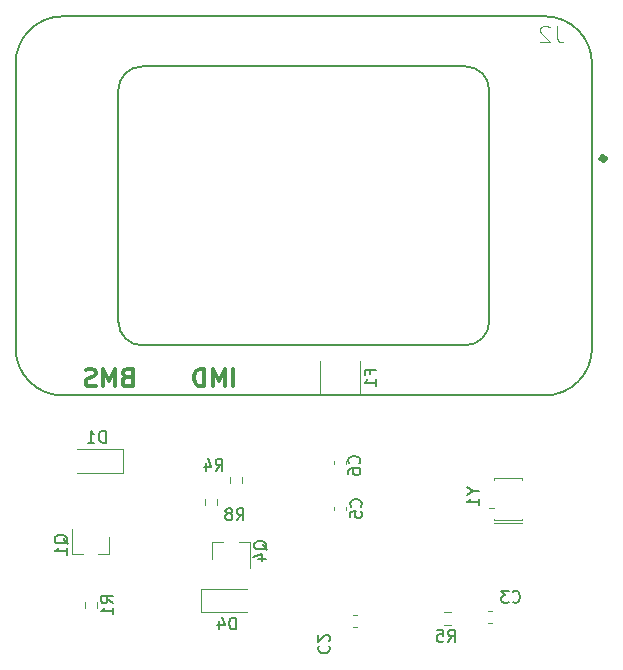
<source format=gbr>
%TF.GenerationSoftware,KiCad,Pcbnew,5.1.7-a382d34a8~88~ubuntu18.04.1*%
%TF.CreationDate,2021-02-25T09:41:41-05:00*%
%TF.ProjectId,FaultLatcher,4661756c-744c-4617-9463-6865722e6b69,rev?*%
%TF.SameCoordinates,Original*%
%TF.FileFunction,Legend,Bot*%
%TF.FilePolarity,Positive*%
%FSLAX46Y46*%
G04 Gerber Fmt 4.6, Leading zero omitted, Abs format (unit mm)*
G04 Created by KiCad (PCBNEW 5.1.7-a382d34a8~88~ubuntu18.04.1) date 2021-02-25 09:41:41*
%MOMM*%
%LPD*%
G01*
G04 APERTURE LIST*
%ADD10C,0.300000*%
%ADD11C,0.127000*%
%ADD12C,0.500000*%
%ADD13C,0.120000*%
%ADD14C,0.050000*%
%ADD15C,0.150000*%
G04 APERTURE END LIST*
D10*
X140834285Y-100373571D02*
X140834285Y-98873571D01*
X140120000Y-100373571D02*
X140120000Y-98873571D01*
X139620000Y-99945000D01*
X139120000Y-98873571D01*
X139120000Y-100373571D01*
X138405714Y-100373571D02*
X138405714Y-98873571D01*
X138048571Y-98873571D01*
X137834285Y-98945000D01*
X137691428Y-99087857D01*
X137620000Y-99230714D01*
X137548571Y-99516428D01*
X137548571Y-99730714D01*
X137620000Y-100016428D01*
X137691428Y-100159285D01*
X137834285Y-100302142D01*
X138048571Y-100373571D01*
X138405714Y-100373571D01*
X131834285Y-99587857D02*
X131620000Y-99659285D01*
X131548571Y-99730714D01*
X131477142Y-99873571D01*
X131477142Y-100087857D01*
X131548571Y-100230714D01*
X131620000Y-100302142D01*
X131762857Y-100373571D01*
X132334285Y-100373571D01*
X132334285Y-98873571D01*
X131834285Y-98873571D01*
X131691428Y-98945000D01*
X131620000Y-99016428D01*
X131548571Y-99159285D01*
X131548571Y-99302142D01*
X131620000Y-99445000D01*
X131691428Y-99516428D01*
X131834285Y-99587857D01*
X132334285Y-99587857D01*
X130834285Y-100373571D02*
X130834285Y-98873571D01*
X130334285Y-99945000D01*
X129834285Y-98873571D01*
X129834285Y-100373571D01*
X129191428Y-100302142D02*
X128977142Y-100373571D01*
X128620000Y-100373571D01*
X128477142Y-100302142D01*
X128405714Y-100230714D01*
X128334285Y-100087857D01*
X128334285Y-99945000D01*
X128405714Y-99802142D01*
X128477142Y-99730714D01*
X128620000Y-99659285D01*
X128905714Y-99587857D01*
X129048571Y-99516428D01*
X129120000Y-99445000D01*
X129191428Y-99302142D01*
X129191428Y-99159285D01*
X129120000Y-99016428D01*
X129048571Y-98945000D01*
X128905714Y-98873571D01*
X128548571Y-98873571D01*
X128334285Y-98945000D01*
D11*
%TO.C,J2*%
X162512000Y-94890000D02*
X162512000Y-75290000D01*
X160512000Y-73290000D02*
X133112000Y-73290000D01*
X131112000Y-75290000D02*
X131112000Y-94890000D01*
X133112000Y-96890000D02*
X160512000Y-96890000D01*
X126412000Y-101140000D02*
X167212000Y-101140000D01*
X171212000Y-97140000D02*
X171212000Y-73040000D01*
X167212000Y-69040000D02*
X126412000Y-69040000D01*
X122412000Y-73040000D02*
X122412000Y-97140000D01*
D12*
X172320000Y-81090000D02*
G75*
G03*
X172320000Y-81090000I-175000J0D01*
G01*
D11*
X122412000Y-97140000D02*
G75*
G03*
X126412000Y-101140000I4000000J0D01*
G01*
X126412000Y-69040000D02*
G75*
G03*
X122412000Y-73040000I0J-4000000D01*
G01*
X171212000Y-73040000D02*
G75*
G03*
X167212000Y-69040000I-4000000J0D01*
G01*
X167212000Y-101140000D02*
G75*
G03*
X171212000Y-97140000I0J4000000D01*
G01*
X160512000Y-96890000D02*
G75*
G03*
X162512000Y-94890000I0J2000000D01*
G01*
X131112000Y-94890000D02*
G75*
G03*
X133112000Y-96890000I2000000J0D01*
G01*
X133112000Y-73290000D02*
G75*
G03*
X131112000Y-75290000I0J-2000000D01*
G01*
X162512000Y-75290000D02*
G75*
G03*
X160512000Y-73290000I-2000000J0D01*
G01*
D13*
%TO.C,R8*%
X139460500Y-110387224D02*
X139460500Y-109877776D01*
X138415500Y-110387224D02*
X138415500Y-109877776D01*
%TO.C,F1*%
X148150000Y-101015252D02*
X148150000Y-98242748D01*
X151570000Y-101015252D02*
X151570000Y-98242748D01*
%TO.C,D4*%
X138084000Y-119491000D02*
X141984000Y-119491000D01*
X138084000Y-117491000D02*
X141984000Y-117491000D01*
X138084000Y-119491000D02*
X138084000Y-117491000D01*
%TO.C,D1*%
X131537000Y-105680000D02*
X127637000Y-105680000D01*
X131537000Y-107680000D02*
X127637000Y-107680000D01*
X131537000Y-105680000D02*
X131537000Y-107680000D01*
%TO.C,Y1*%
X165284000Y-108112000D02*
X163284000Y-108112000D01*
X163284000Y-111712000D02*
X165284000Y-111712000D01*
X162884000Y-110662000D02*
X162484000Y-110662000D01*
X165284000Y-111912000D02*
X163284000Y-111912000D01*
X163284000Y-108112000D02*
X162884000Y-108112000D01*
X163284000Y-111712000D02*
X162884000Y-111712000D01*
X163284000Y-111912000D02*
X162884000Y-111912000D01*
X165284000Y-111712000D02*
X165284000Y-111562000D01*
X162884000Y-111712000D02*
X162884000Y-111562000D01*
X162884000Y-110662000D02*
X162884000Y-110712000D01*
X162884000Y-108112000D02*
X162884000Y-108262000D01*
X165284000Y-108112000D02*
X165284000Y-108262000D01*
%TO.C,R5*%
X159235224Y-119492500D02*
X158725776Y-119492500D01*
X159235224Y-120537500D02*
X158725776Y-120537500D01*
%TO.C,R4*%
X140574500Y-108052776D02*
X140574500Y-108562224D01*
X141619500Y-108052776D02*
X141619500Y-108562224D01*
%TO.C,R1*%
X129300500Y-119150224D02*
X129300500Y-118640776D01*
X128255500Y-119150224D02*
X128255500Y-118640776D01*
%TO.C,Q4*%
X139070000Y-113556000D02*
X140000000Y-113556000D01*
X142230000Y-113556000D02*
X141300000Y-113556000D01*
X142230000Y-113556000D02*
X142230000Y-115716000D01*
X139070000Y-113556000D02*
X139070000Y-115016000D01*
%TO.C,Q1*%
X130358000Y-114568000D02*
X129428000Y-114568000D01*
X127198000Y-114568000D02*
X128128000Y-114568000D01*
X127198000Y-114568000D02*
X127198000Y-112408000D01*
X130358000Y-114568000D02*
X130358000Y-113108000D01*
%TO.C,C6*%
X149350000Y-106687233D02*
X149350000Y-106979767D01*
X150370000Y-106687233D02*
X150370000Y-106979767D01*
%TO.C,C5*%
X150370000Y-110863767D02*
X150370000Y-110571233D01*
X149350000Y-110863767D02*
X149350000Y-110571233D01*
%TO.C,C3*%
X162440233Y-120398000D02*
X162732767Y-120398000D01*
X162440233Y-119378000D02*
X162732767Y-119378000D01*
%TO.C,C2*%
X151010233Y-119759000D02*
X151302767Y-119759000D01*
X151010233Y-120779000D02*
X151302767Y-120779000D01*
%TO.C,J2*%
D14*
X168234093Y-69844632D02*
X168234093Y-70845546D01*
X168300820Y-71045729D01*
X168434276Y-71179184D01*
X168634459Y-71245912D01*
X168767914Y-71245912D01*
X167633544Y-69978087D02*
X167566817Y-69911360D01*
X167433361Y-69844632D01*
X167099723Y-69844632D01*
X166966268Y-69911360D01*
X166899540Y-69978087D01*
X166832813Y-70111542D01*
X166832813Y-70244998D01*
X166899540Y-70445180D01*
X167700272Y-71245912D01*
X166832813Y-71245912D01*
%TO.C,R8*%
D15*
X141136666Y-111704380D02*
X141470000Y-111228190D01*
X141708095Y-111704380D02*
X141708095Y-110704380D01*
X141327142Y-110704380D01*
X141231904Y-110752000D01*
X141184285Y-110799619D01*
X141136666Y-110894857D01*
X141136666Y-111037714D01*
X141184285Y-111132952D01*
X141231904Y-111180571D01*
X141327142Y-111228190D01*
X141708095Y-111228190D01*
X140565238Y-111132952D02*
X140660476Y-111085333D01*
X140708095Y-111037714D01*
X140755714Y-110942476D01*
X140755714Y-110894857D01*
X140708095Y-110799619D01*
X140660476Y-110752000D01*
X140565238Y-110704380D01*
X140374761Y-110704380D01*
X140279523Y-110752000D01*
X140231904Y-110799619D01*
X140184285Y-110894857D01*
X140184285Y-110942476D01*
X140231904Y-111037714D01*
X140279523Y-111085333D01*
X140374761Y-111132952D01*
X140565238Y-111132952D01*
X140660476Y-111180571D01*
X140708095Y-111228190D01*
X140755714Y-111323428D01*
X140755714Y-111513904D01*
X140708095Y-111609142D01*
X140660476Y-111656761D01*
X140565238Y-111704380D01*
X140374761Y-111704380D01*
X140279523Y-111656761D01*
X140231904Y-111609142D01*
X140184285Y-111513904D01*
X140184285Y-111323428D01*
X140231904Y-111228190D01*
X140279523Y-111180571D01*
X140374761Y-111132952D01*
%TO.C,F1*%
X152438571Y-99295666D02*
X152438571Y-98962333D01*
X152962380Y-98962333D02*
X151962380Y-98962333D01*
X151962380Y-99438523D01*
X152962380Y-100343285D02*
X152962380Y-99771857D01*
X152962380Y-100057571D02*
X151962380Y-100057571D01*
X152105238Y-99962333D01*
X152200476Y-99867095D01*
X152248095Y-99771857D01*
%TO.C,D4*%
X141072095Y-120943380D02*
X141072095Y-119943380D01*
X140834000Y-119943380D01*
X140691142Y-119991000D01*
X140595904Y-120086238D01*
X140548285Y-120181476D01*
X140500666Y-120371952D01*
X140500666Y-120514809D01*
X140548285Y-120705285D01*
X140595904Y-120800523D01*
X140691142Y-120895761D01*
X140834000Y-120943380D01*
X141072095Y-120943380D01*
X139643523Y-120276714D02*
X139643523Y-120943380D01*
X139881619Y-119895761D02*
X140119714Y-120610047D01*
X139500666Y-120610047D01*
%TO.C,D1*%
X130025095Y-105132380D02*
X130025095Y-104132380D01*
X129787000Y-104132380D01*
X129644142Y-104180000D01*
X129548904Y-104275238D01*
X129501285Y-104370476D01*
X129453666Y-104560952D01*
X129453666Y-104703809D01*
X129501285Y-104894285D01*
X129548904Y-104989523D01*
X129644142Y-105084761D01*
X129787000Y-105132380D01*
X130025095Y-105132380D01*
X128501285Y-105132380D02*
X129072714Y-105132380D01*
X128787000Y-105132380D02*
X128787000Y-104132380D01*
X128882238Y-104275238D01*
X128977476Y-104370476D01*
X129072714Y-104418095D01*
%TO.C,Y1*%
X161139190Y-109251809D02*
X161615380Y-109251809D01*
X160615380Y-108918476D02*
X161139190Y-109251809D01*
X160615380Y-109585142D01*
X161615380Y-110442285D02*
X161615380Y-109870857D01*
X161615380Y-110156571D02*
X160615380Y-110156571D01*
X160758238Y-110061333D01*
X160853476Y-109966095D01*
X160901095Y-109870857D01*
%TO.C,R5*%
X159020166Y-121991380D02*
X159353500Y-121515190D01*
X159591595Y-121991380D02*
X159591595Y-120991380D01*
X159210642Y-120991380D01*
X159115404Y-121039000D01*
X159067785Y-121086619D01*
X159020166Y-121181857D01*
X159020166Y-121324714D01*
X159067785Y-121419952D01*
X159115404Y-121467571D01*
X159210642Y-121515190D01*
X159591595Y-121515190D01*
X158115404Y-120991380D02*
X158591595Y-120991380D01*
X158639214Y-121467571D01*
X158591595Y-121419952D01*
X158496357Y-121372333D01*
X158258261Y-121372333D01*
X158163023Y-121419952D01*
X158115404Y-121467571D01*
X158067785Y-121562809D01*
X158067785Y-121800904D01*
X158115404Y-121896142D01*
X158163023Y-121943761D01*
X158258261Y-121991380D01*
X158496357Y-121991380D01*
X158591595Y-121943761D01*
X158639214Y-121896142D01*
%TO.C,R4*%
X139358666Y-107513380D02*
X139692000Y-107037190D01*
X139930095Y-107513380D02*
X139930095Y-106513380D01*
X139549142Y-106513380D01*
X139453904Y-106561000D01*
X139406285Y-106608619D01*
X139358666Y-106703857D01*
X139358666Y-106846714D01*
X139406285Y-106941952D01*
X139453904Y-106989571D01*
X139549142Y-107037190D01*
X139930095Y-107037190D01*
X138501523Y-106846714D02*
X138501523Y-107513380D01*
X138739619Y-106465761D02*
X138977714Y-107180047D01*
X138358666Y-107180047D01*
%TO.C,R1*%
X130660380Y-118728833D02*
X130184190Y-118395500D01*
X130660380Y-118157404D02*
X129660380Y-118157404D01*
X129660380Y-118538357D01*
X129708000Y-118633595D01*
X129755619Y-118681214D01*
X129850857Y-118728833D01*
X129993714Y-118728833D01*
X130088952Y-118681214D01*
X130136571Y-118633595D01*
X130184190Y-118538357D01*
X130184190Y-118157404D01*
X130660380Y-119681214D02*
X130660380Y-119109785D01*
X130660380Y-119395500D02*
X129660380Y-119395500D01*
X129803238Y-119300261D01*
X129898476Y-119205023D01*
X129946095Y-119109785D01*
%TO.C,Q4*%
X143697619Y-114220761D02*
X143650000Y-114125523D01*
X143554761Y-114030285D01*
X143411904Y-113887428D01*
X143364285Y-113792190D01*
X143364285Y-113696952D01*
X143602380Y-113744571D02*
X143554761Y-113649333D01*
X143459523Y-113554095D01*
X143269047Y-113506476D01*
X142935714Y-113506476D01*
X142745238Y-113554095D01*
X142650000Y-113649333D01*
X142602380Y-113744571D01*
X142602380Y-113935047D01*
X142650000Y-114030285D01*
X142745238Y-114125523D01*
X142935714Y-114173142D01*
X143269047Y-114173142D01*
X143459523Y-114125523D01*
X143554761Y-114030285D01*
X143602380Y-113935047D01*
X143602380Y-113744571D01*
X142935714Y-115030285D02*
X143602380Y-115030285D01*
X142554761Y-114792190D02*
X143269047Y-114554095D01*
X143269047Y-115173142D01*
%TO.C,Q1*%
X126825619Y-113712761D02*
X126778000Y-113617523D01*
X126682761Y-113522285D01*
X126539904Y-113379428D01*
X126492285Y-113284190D01*
X126492285Y-113188952D01*
X126730380Y-113236571D02*
X126682761Y-113141333D01*
X126587523Y-113046095D01*
X126397047Y-112998476D01*
X126063714Y-112998476D01*
X125873238Y-113046095D01*
X125778000Y-113141333D01*
X125730380Y-113236571D01*
X125730380Y-113427047D01*
X125778000Y-113522285D01*
X125873238Y-113617523D01*
X126063714Y-113665142D01*
X126397047Y-113665142D01*
X126587523Y-113617523D01*
X126682761Y-113522285D01*
X126730380Y-113427047D01*
X126730380Y-113236571D01*
X126730380Y-114617523D02*
X126730380Y-114046095D01*
X126730380Y-114331809D02*
X125730380Y-114331809D01*
X125873238Y-114236571D01*
X125968476Y-114141333D01*
X126016095Y-114046095D01*
%TO.C,C6*%
X151487142Y-106894333D02*
X151534761Y-106846714D01*
X151582380Y-106703857D01*
X151582380Y-106608619D01*
X151534761Y-106465761D01*
X151439523Y-106370523D01*
X151344285Y-106322904D01*
X151153809Y-106275285D01*
X151010952Y-106275285D01*
X150820476Y-106322904D01*
X150725238Y-106370523D01*
X150630000Y-106465761D01*
X150582380Y-106608619D01*
X150582380Y-106703857D01*
X150630000Y-106846714D01*
X150677619Y-106894333D01*
X150582380Y-107751476D02*
X150582380Y-107561000D01*
X150630000Y-107465761D01*
X150677619Y-107418142D01*
X150820476Y-107322904D01*
X151010952Y-107275285D01*
X151391904Y-107275285D01*
X151487142Y-107322904D01*
X151534761Y-107370523D01*
X151582380Y-107465761D01*
X151582380Y-107656238D01*
X151534761Y-107751476D01*
X151487142Y-107799095D01*
X151391904Y-107846714D01*
X151153809Y-107846714D01*
X151058571Y-107799095D01*
X151010952Y-107751476D01*
X150963333Y-107656238D01*
X150963333Y-107465761D01*
X151010952Y-107370523D01*
X151058571Y-107322904D01*
X151153809Y-107275285D01*
%TO.C,C5*%
X151647142Y-110550833D02*
X151694761Y-110503214D01*
X151742380Y-110360357D01*
X151742380Y-110265119D01*
X151694761Y-110122261D01*
X151599523Y-110027023D01*
X151504285Y-109979404D01*
X151313809Y-109931785D01*
X151170952Y-109931785D01*
X150980476Y-109979404D01*
X150885238Y-110027023D01*
X150790000Y-110122261D01*
X150742380Y-110265119D01*
X150742380Y-110360357D01*
X150790000Y-110503214D01*
X150837619Y-110550833D01*
X150742380Y-111455595D02*
X150742380Y-110979404D01*
X151218571Y-110931785D01*
X151170952Y-110979404D01*
X151123333Y-111074642D01*
X151123333Y-111312738D01*
X151170952Y-111407976D01*
X151218571Y-111455595D01*
X151313809Y-111503214D01*
X151551904Y-111503214D01*
X151647142Y-111455595D01*
X151694761Y-111407976D01*
X151742380Y-111312738D01*
X151742380Y-111074642D01*
X151694761Y-110979404D01*
X151647142Y-110931785D01*
%TO.C,C3*%
X164504666Y-118594142D02*
X164552285Y-118641761D01*
X164695142Y-118689380D01*
X164790380Y-118689380D01*
X164933238Y-118641761D01*
X165028476Y-118546523D01*
X165076095Y-118451285D01*
X165123714Y-118260809D01*
X165123714Y-118117952D01*
X165076095Y-117927476D01*
X165028476Y-117832238D01*
X164933238Y-117737000D01*
X164790380Y-117689380D01*
X164695142Y-117689380D01*
X164552285Y-117737000D01*
X164504666Y-117784619D01*
X164171333Y-117689380D02*
X163552285Y-117689380D01*
X163885619Y-118070333D01*
X163742761Y-118070333D01*
X163647523Y-118117952D01*
X163599904Y-118165571D01*
X163552285Y-118260809D01*
X163552285Y-118498904D01*
X163599904Y-118594142D01*
X163647523Y-118641761D01*
X163742761Y-118689380D01*
X164028476Y-118689380D01*
X164123714Y-118641761D01*
X164171333Y-118594142D01*
%TO.C,C2*%
X148132357Y-122340666D02*
X148084738Y-122388285D01*
X148037119Y-122531142D01*
X148037119Y-122626380D01*
X148084738Y-122769238D01*
X148179976Y-122864476D01*
X148275214Y-122912095D01*
X148465690Y-122959714D01*
X148608547Y-122959714D01*
X148799023Y-122912095D01*
X148894261Y-122864476D01*
X148989500Y-122769238D01*
X149037119Y-122626380D01*
X149037119Y-122531142D01*
X148989500Y-122388285D01*
X148941880Y-122340666D01*
X148941880Y-121959714D02*
X148989500Y-121912095D01*
X149037119Y-121816857D01*
X149037119Y-121578761D01*
X148989500Y-121483523D01*
X148941880Y-121435904D01*
X148846642Y-121388285D01*
X148751404Y-121388285D01*
X148608547Y-121435904D01*
X148037119Y-122007333D01*
X148037119Y-121388285D01*
%TD*%
M02*

</source>
